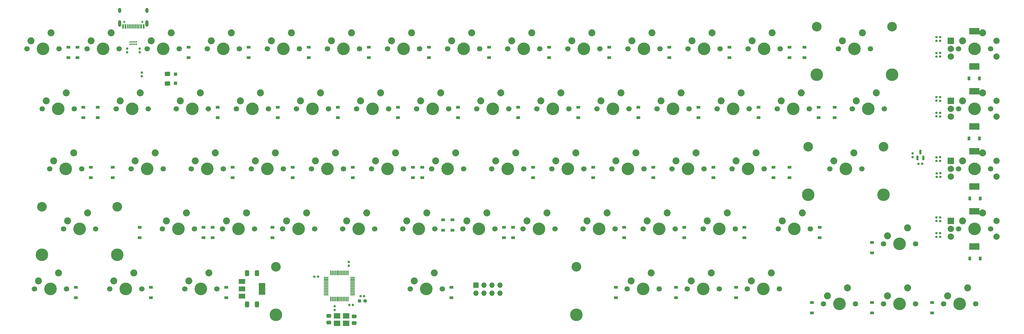
<source format=gbr>
%TF.GenerationSoftware,KiCad,Pcbnew,(6.0.6-0)*%
%TF.CreationDate,2022-07-20T23:02:44+08:00*%
%TF.ProjectId,SCO68R,53434f36-3852-42e6-9b69-6361645f7063,rev?*%
%TF.SameCoordinates,Original*%
%TF.FileFunction,Soldermask,Bot*%
%TF.FilePolarity,Negative*%
%FSLAX46Y46*%
G04 Gerber Fmt 4.6, Leading zero omitted, Abs format (unit mm)*
G04 Created by KiCad (PCBNEW (6.0.6-0)) date 2022-07-20 23:02:44*
%MOMM*%
%LPD*%
G01*
G04 APERTURE LIST*
G04 Aperture macros list*
%AMRoundRect*
0 Rectangle with rounded corners*
0 $1 Rounding radius*
0 $2 $3 $4 $5 $6 $7 $8 $9 X,Y pos of 4 corners*
0 Add a 4 corners polygon primitive as box body*
4,1,4,$2,$3,$4,$5,$6,$7,$8,$9,$2,$3,0*
0 Add four circle primitives for the rounded corners*
1,1,$1+$1,$2,$3*
1,1,$1+$1,$4,$5*
1,1,$1+$1,$6,$7*
1,1,$1+$1,$8,$9*
0 Add four rect primitives between the rounded corners*
20,1,$1+$1,$2,$3,$4,$5,0*
20,1,$1+$1,$4,$5,$6,$7,0*
20,1,$1+$1,$6,$7,$8,$9,0*
20,1,$1+$1,$8,$9,$2,$3,0*%
G04 Aperture macros list end*
%ADD10C,3.987800*%
%ADD11C,3.048000*%
%ADD12C,1.700000*%
%ADD13C,4.000000*%
%ADD14C,2.224000*%
%ADD15R,2.000000X2.000000*%
%ADD16C,2.000000*%
%ADD17R,3.200000X2.000000*%
%ADD18R,0.900000X1.200000*%
%ADD19R,1.200000X0.900000*%
%ADD20RoundRect,0.250000X0.412500X0.650000X-0.412500X0.650000X-0.412500X-0.650000X0.412500X-0.650000X0*%
%ADD21RoundRect,0.155000X0.212500X0.155000X-0.212500X0.155000X-0.212500X-0.155000X0.212500X-0.155000X0*%
%ADD22RoundRect,0.160000X0.160000X-0.197500X0.160000X0.197500X-0.160000X0.197500X-0.160000X-0.197500X0*%
%ADD23RoundRect,0.155000X0.155000X-0.212500X0.155000X0.212500X-0.155000X0.212500X-0.155000X-0.212500X0*%
%ADD24RoundRect,0.160000X-0.160000X0.197500X-0.160000X-0.197500X0.160000X-0.197500X0.160000X0.197500X0*%
%ADD25RoundRect,0.250000X-0.475000X0.337500X-0.475000X-0.337500X0.475000X-0.337500X0.475000X0.337500X0*%
%ADD26R,2.000000X1.500000*%
%ADD27R,2.000000X3.800000*%
%ADD28RoundRect,0.160000X0.197500X0.160000X-0.197500X0.160000X-0.197500X-0.160000X0.197500X-0.160000X0*%
%ADD29R,0.300000X0.550000*%
%ADD30R,0.400000X0.550000*%
%ADD31R,2.100000X1.800000*%
%ADD32R,1.700000X1.700000*%
%ADD33O,1.700000X1.700000*%
%ADD34RoundRect,0.075000X0.075000X-0.662500X0.075000X0.662500X-0.075000X0.662500X-0.075000X-0.662500X0*%
%ADD35RoundRect,0.075000X0.662500X-0.075000X0.662500X0.075000X-0.662500X0.075000X-0.662500X-0.075000X0*%
%ADD36C,0.650000*%
%ADD37R,0.600000X1.450000*%
%ADD38R,0.300000X1.450000*%
%ADD39O,1.000000X2.100000*%
%ADD40O,1.000000X1.600000*%
%ADD41RoundRect,0.250000X0.475000X-0.337500X0.475000X0.337500X-0.475000X0.337500X-0.475000X-0.337500X0*%
%ADD42RoundRect,0.155000X-0.212500X-0.155000X0.212500X-0.155000X0.212500X0.155000X-0.212500X0.155000X0*%
%ADD43R,1.100000X1.100000*%
%ADD44RoundRect,0.250000X-0.412500X-0.650000X0.412500X-0.650000X0.412500X0.650000X-0.412500X0.650000X0*%
%ADD45RoundRect,0.250001X-0.624999X0.462499X-0.624999X-0.462499X0.624999X-0.462499X0.624999X0.462499X0*%
%ADD46RoundRect,0.237500X-0.300000X-0.237500X0.300000X-0.237500X0.300000X0.237500X-0.300000X0.237500X0*%
%ADD47RoundRect,0.150000X0.150000X-0.587500X0.150000X0.587500X-0.150000X0.587500X-0.150000X-0.587500X0*%
%ADD48RoundRect,0.155000X-0.155000X0.212500X-0.155000X-0.212500X0.155000X-0.212500X0.155000X0.212500X0*%
G04 APERTURE END LIST*
D10*
%TO.C,REF\u002A\u002A*%
X37218750Y29875000D03*
D11*
X37218750Y45085000D03*
D10*
X132468750Y29875000D03*
D11*
X132468750Y45085000D03*
%TD*%
D12*
%TO.C,KSW4*%
X25630000Y114300000D03*
X15470000Y114300000D03*
D13*
X20550000Y114300000D03*
D14*
X23090000Y119380000D03*
X16740000Y116840000D03*
%TD*%
D12*
%TO.C,KSW14*%
X215495000Y114300000D03*
D13*
X220575000Y114300000D03*
D12*
X225655000Y114300000D03*
D14*
X223115000Y119380000D03*
X216765000Y116840000D03*
%TD*%
D13*
%TO.C,KSW40*%
X148828125Y76200000D03*
D12*
X153908125Y76200000D03*
X143748125Y76200000D03*
D14*
X151368125Y81280000D03*
X145018125Y78740000D03*
%TD*%
D12*
%TO.C,KSW57*%
X229782500Y52387500D03*
X239942500Y52387500D03*
D13*
X234862500Y52387500D03*
D14*
X237402500Y57467500D03*
X231052500Y54927500D03*
%TD*%
D12*
%TO.C,KSW39*%
X134858125Y76200000D03*
X124698125Y76200000D03*
D13*
X129778125Y76200000D03*
D14*
X132318125Y81280000D03*
X125968125Y78740000D03*
%TD*%
D13*
%TO.C,KSW61*%
X13406250Y38100000D03*
D12*
X8326250Y38100000D03*
X18486250Y38100000D03*
D14*
X15946250Y43180000D03*
X9596250Y40640000D03*
%TD*%
D13*
%TO.C,KSW43*%
X217884375Y76200000D03*
D12*
X222964375Y76200000D03*
X212804375Y76200000D03*
D14*
X220424375Y81280000D03*
X214074375Y78740000D03*
%TD*%
D12*
%TO.C,KSW16*%
X-36917500Y95250000D03*
X-26757500Y95250000D03*
D13*
X-31837500Y95250000D03*
D14*
X-29297500Y100330000D03*
X-35647500Y97790000D03*
%TD*%
D12*
%TO.C,KSW41*%
X172958125Y76200000D03*
X162798125Y76200000D03*
D13*
X167878125Y76200000D03*
D14*
X170418125Y81280000D03*
X164068125Y78740000D03*
%TD*%
D12*
%TO.C,KSW5*%
X34520000Y114300000D03*
D13*
X39600000Y114300000D03*
D12*
X44680000Y114300000D03*
D14*
X42140000Y119380000D03*
X35790000Y116840000D03*
%TD*%
D13*
%TO.C,KSW22*%
X86915625Y95250000D03*
D12*
X91995625Y95250000D03*
X81835625Y95250000D03*
D14*
X89455625Y100330000D03*
X83105625Y97790000D03*
%TD*%
D13*
%TO.C,KSW27*%
X182165625Y95250000D03*
D12*
X187245625Y95250000D03*
X177085625Y95250000D03*
D14*
X184705625Y100330000D03*
X178355625Y97790000D03*
%TD*%
D13*
%TO.C,KSW1*%
X-36600000Y114300000D03*
D12*
X-41680000Y114300000D03*
X-31520000Y114300000D03*
D14*
X-34060000Y119380000D03*
X-40410000Y116840000D03*
%TD*%
D12*
%TO.C,KSW37*%
X86598125Y76200000D03*
D13*
X91678125Y76200000D03*
D12*
X96758125Y76200000D03*
D14*
X94218125Y81280000D03*
X87868125Y78740000D03*
%TD*%
D12*
%TO.C,KSW34*%
X29448125Y76200000D03*
X39608125Y76200000D03*
D13*
X34528125Y76200000D03*
D14*
X37068125Y81280000D03*
X30718125Y78740000D03*
%TD*%
D13*
%TO.C,KSW58*%
X258675000Y57150000D03*
D12*
X263755000Y57150000D03*
X253595000Y57150000D03*
D14*
X261215000Y62230000D03*
X254865000Y59690000D03*
%TD*%
D12*
%TO.C,KSW59*%
X-39298750Y38100000D03*
D13*
X-34218750Y38100000D03*
D12*
X-29138750Y38100000D03*
D14*
X-31678750Y43180000D03*
X-38028750Y40640000D03*
%TD*%
D11*
%TO.C,REF\u002A\u002A*%
X229822375Y83185000D03*
D10*
X229822375Y67975000D03*
X205946375Y67975000D03*
D11*
X205946375Y83185000D03*
%TD*%
D13*
%TO.C,KSW21*%
X67865625Y95250000D03*
D12*
X72945625Y95250000D03*
X62785625Y95250000D03*
D14*
X70405625Y100330000D03*
X64055625Y97790000D03*
%TD*%
D12*
%TO.C,KSW52*%
X115482500Y57150000D03*
D13*
X120562500Y57150000D03*
D12*
X125642500Y57150000D03*
D14*
X123102500Y62230000D03*
X116752500Y59690000D03*
%TD*%
D12*
%TO.C,KSW56*%
X196445000Y57150000D03*
X206605000Y57150000D03*
D13*
X201525000Y57150000D03*
D14*
X204065000Y62230000D03*
X197715000Y59690000D03*
%TD*%
D12*
%TO.C,KSW17*%
X-13414375Y95250000D03*
D13*
X-8334375Y95250000D03*
D12*
X-3254375Y95250000D03*
D14*
X-5794375Y100330000D03*
X-12144375Y97790000D03*
%TD*%
D12*
%TO.C,KSW44*%
X253595000Y76200000D03*
D13*
X258675000Y76200000D03*
D12*
X263755000Y76200000D03*
D14*
X261215000Y81280000D03*
X254865000Y78740000D03*
%TD*%
D12*
%TO.C,KSW6*%
X63730000Y114300000D03*
D13*
X58650000Y114300000D03*
D12*
X53570000Y114300000D03*
D14*
X61190000Y119380000D03*
X54840000Y116840000D03*
%TD*%
D12*
%TO.C,KSW20*%
X53895625Y95250000D03*
X43735625Y95250000D03*
D13*
X48815625Y95250000D03*
D14*
X51355625Y100330000D03*
X45005625Y97790000D03*
%TD*%
D13*
%TO.C,KSW15*%
X258675000Y114300000D03*
D12*
X263755000Y114300000D03*
X253595000Y114300000D03*
D14*
X261215000Y119380000D03*
X254865000Y116840000D03*
%TD*%
D13*
%TO.C,KSW68*%
X253912500Y33337500D03*
D12*
X248832500Y33337500D03*
X258992500Y33337500D03*
D14*
X256452500Y38417500D03*
X250102500Y35877500D03*
%TD*%
D13*
%TO.C,KSW62*%
X84843750Y38100000D03*
D12*
X79763750Y38100000D03*
X89923750Y38100000D03*
D14*
X87383750Y43180000D03*
X81033750Y40640000D03*
%TD*%
D13*
%TO.C,KSW9*%
X115800000Y114300000D03*
D12*
X110720000Y114300000D03*
X120880000Y114300000D03*
D14*
X118340000Y119380000D03*
X111990000Y116840000D03*
%TD*%
D12*
%TO.C,KSW36*%
X77708125Y76200000D03*
X67548125Y76200000D03*
D13*
X72628125Y76200000D03*
D14*
X75168125Y81280000D03*
X68818125Y78740000D03*
%TD*%
D12*
%TO.C,KSW64*%
X177720625Y38100000D03*
D13*
X172640625Y38100000D03*
D12*
X167560625Y38100000D03*
D14*
X175180625Y43180000D03*
X168830625Y40640000D03*
%TD*%
D13*
%TO.C,KSW51*%
X101512500Y57150000D03*
D12*
X106592500Y57150000D03*
X96432500Y57150000D03*
D14*
X104052500Y62230000D03*
X97702500Y59690000D03*
%TD*%
D12*
%TO.C,KSW49*%
X68492500Y57150000D03*
X58332500Y57150000D03*
D13*
X63412500Y57150000D03*
D14*
X65952500Y62230000D03*
X59602500Y59690000D03*
%TD*%
D12*
%TO.C,KSW33*%
X20558125Y76200000D03*
X10398125Y76200000D03*
D13*
X15478125Y76200000D03*
D14*
X18018125Y81280000D03*
X11668125Y78740000D03*
%TD*%
D12*
%TO.C,KSW3*%
X-3580000Y114300000D03*
X6580000Y114300000D03*
D13*
X1500000Y114300000D03*
D14*
X4040000Y119380000D03*
X-2310000Y116840000D03*
%TD*%
D12*
%TO.C,KSW65*%
X196770625Y38100000D03*
D13*
X191690625Y38100000D03*
D12*
X186610625Y38100000D03*
D14*
X194230625Y43180000D03*
X187880625Y40640000D03*
%TD*%
D12*
%TO.C,KSW60*%
X-15486250Y38100000D03*
D13*
X-10406250Y38100000D03*
D12*
X-5326250Y38100000D03*
D14*
X-7866250Y43180000D03*
X-14216250Y40640000D03*
%TD*%
D12*
%TO.C,KSW23*%
X100885625Y95250000D03*
D13*
X105965625Y95250000D03*
D12*
X111045625Y95250000D03*
D14*
X108505625Y100330000D03*
X102155625Y97790000D03*
%TD*%
D13*
%TO.C,KSW13*%
X192000000Y114300000D03*
D12*
X186920000Y114300000D03*
X197080000Y114300000D03*
D14*
X194540000Y119380000D03*
X188190000Y116840000D03*
%TD*%
D13*
%TO.C,KSW46*%
X6262500Y57150000D03*
D12*
X11342500Y57150000D03*
X1182500Y57150000D03*
D14*
X8802500Y62230000D03*
X2452500Y59690000D03*
%TD*%
D12*
%TO.C,KSW28*%
X196135625Y95250000D03*
X206295625Y95250000D03*
D13*
X201215625Y95250000D03*
D14*
X203755625Y100330000D03*
X197405625Y97790000D03*
%TD*%
D12*
%TO.C,KSW67*%
X239942500Y33337500D03*
D13*
X234862500Y33337500D03*
D12*
X229782500Y33337500D03*
D14*
X237402500Y38417500D03*
X231052500Y35877500D03*
%TD*%
D15*
%TO.C,KSWR1*%
X251115625Y116800000D03*
D16*
X251115625Y111800000D03*
X251115625Y114300000D03*
D17*
X258615625Y108700000D03*
X258615625Y119900000D03*
D16*
X265615625Y111800000D03*
X265615625Y116800000D03*
%TD*%
D12*
%TO.C,KSW45*%
X-30083125Y57150000D03*
D13*
X-25003125Y57150000D03*
D12*
X-19923125Y57150000D03*
D14*
X-22463125Y62230000D03*
X-28813125Y59690000D03*
%TD*%
D12*
%TO.C,KSW32*%
X1508125Y76200000D03*
X-8651875Y76200000D03*
D13*
X-3571875Y76200000D03*
D14*
X-1031875Y81280000D03*
X-7381875Y78740000D03*
%TD*%
D12*
%TO.C,KSW24*%
X130095625Y95250000D03*
D13*
X125015625Y95250000D03*
D12*
X119935625Y95250000D03*
D14*
X127555625Y100330000D03*
X121205625Y97790000D03*
%TD*%
D12*
%TO.C,KSW26*%
X168195625Y95250000D03*
X158035625Y95250000D03*
D13*
X163115625Y95250000D03*
D14*
X165655625Y100330000D03*
X159305625Y97790000D03*
%TD*%
D12*
%TO.C,KSW63*%
X158670625Y38100000D03*
D13*
X153590625Y38100000D03*
D12*
X148510625Y38100000D03*
D14*
X156130625Y43180000D03*
X149780625Y40640000D03*
%TD*%
D12*
%TO.C,KSW55*%
X182792500Y57150000D03*
X172632500Y57150000D03*
D13*
X177712500Y57150000D03*
D14*
X180252500Y62230000D03*
X173902500Y59690000D03*
%TD*%
D12*
%TO.C,KSW31*%
X-34536250Y76200000D03*
D13*
X-29456250Y76200000D03*
D12*
X-24376250Y76200000D03*
D14*
X-26916250Y81280000D03*
X-33266250Y78740000D03*
%TD*%
D12*
%TO.C,KSW30*%
X263755000Y95250000D03*
D13*
X258675000Y95250000D03*
D12*
X253595000Y95250000D03*
D14*
X261215000Y100330000D03*
X254865000Y97790000D03*
%TD*%
D12*
%TO.C,KSW25*%
X138985625Y95250000D03*
X149145625Y95250000D03*
D13*
X144065625Y95250000D03*
D14*
X146605625Y100330000D03*
X140255625Y97790000D03*
%TD*%
D12*
%TO.C,KSW10*%
X129770000Y114300000D03*
D13*
X134850000Y114300000D03*
D12*
X139930000Y114300000D03*
D14*
X137390000Y119380000D03*
X131040000Y116840000D03*
%TD*%
D12*
%TO.C,KSW2*%
X-12470000Y114300000D03*
D13*
X-17550000Y114300000D03*
D12*
X-22630000Y114300000D03*
D14*
X-15010000Y119380000D03*
X-21360000Y116840000D03*
%TD*%
D10*
%TO.C,REF\u002A\u002A*%
X-36941125Y48925000D03*
D11*
X-13065125Y64135000D03*
D10*
X-13065125Y48925000D03*
D11*
X-36941125Y64135000D03*
%TD*%
D12*
%TO.C,KSW11*%
X148820000Y114300000D03*
D13*
X153900000Y114300000D03*
D12*
X158980000Y114300000D03*
D14*
X156440000Y119380000D03*
X150090000Y116840000D03*
%TD*%
D12*
%TO.C,KSW42*%
X181848125Y76200000D03*
D13*
X186928125Y76200000D03*
D12*
X192008125Y76200000D03*
D14*
X189468125Y81280000D03*
X183118125Y78740000D03*
%TD*%
D11*
%TO.C,REF\u002A\u002A*%
X232513000Y121285000D03*
D10*
X208637000Y106075000D03*
D11*
X208637000Y121285000D03*
D10*
X232513000Y106075000D03*
%TD*%
D13*
%TO.C,KSW53*%
X139612500Y57150000D03*
D12*
X144692500Y57150000D03*
X134532500Y57150000D03*
D14*
X142152500Y62230000D03*
X135802500Y59690000D03*
%TD*%
D13*
%TO.C,KSW47*%
X25312500Y57150000D03*
D12*
X20232500Y57150000D03*
X30392500Y57150000D03*
D14*
X27852500Y62230000D03*
X21502500Y59690000D03*
%TD*%
D13*
%TO.C,KSW19*%
X29765625Y95250000D03*
D12*
X34845625Y95250000D03*
X24685625Y95250000D03*
D14*
X32305625Y100330000D03*
X25955625Y97790000D03*
%TD*%
D12*
%TO.C,KSW18*%
X15795625Y95250000D03*
X5635625Y95250000D03*
D13*
X10715625Y95250000D03*
D14*
X13255625Y100330000D03*
X6905625Y97790000D03*
%TD*%
D12*
%TO.C,KSW35*%
X48498125Y76200000D03*
X58658125Y76200000D03*
D13*
X53578125Y76200000D03*
D14*
X56118125Y81280000D03*
X49768125Y78740000D03*
%TD*%
D15*
%TO.C,KSWR2*%
X251115625Y97750000D03*
D16*
X251115625Y92750000D03*
X251115625Y95250000D03*
D17*
X258615625Y100850000D03*
X258615625Y89650000D03*
D16*
X265615625Y92750000D03*
X265615625Y97750000D03*
%TD*%
D12*
%TO.C,KSW8*%
X101830000Y114300000D03*
X91670000Y114300000D03*
D13*
X96750000Y114300000D03*
D14*
X99290000Y119380000D03*
X92940000Y116840000D03*
%TD*%
D12*
%TO.C,KSW66*%
X210732500Y33337500D03*
D13*
X215812500Y33337500D03*
D12*
X220892500Y33337500D03*
D14*
X218352500Y38417500D03*
X212002500Y35877500D03*
%TD*%
D13*
%TO.C,KSW50*%
X82462500Y57150000D03*
D12*
X87542500Y57150000D03*
X77382500Y57150000D03*
D14*
X85002500Y62230000D03*
X78652500Y59690000D03*
%TD*%
D12*
%TO.C,KSW54*%
X163742500Y57150000D03*
X153582500Y57150000D03*
D13*
X158662500Y57150000D03*
D14*
X161202500Y62230000D03*
X154852500Y59690000D03*
%TD*%
D15*
%TO.C,KSWR4*%
X251115625Y59650000D03*
D16*
X251115625Y54650000D03*
X251115625Y57150000D03*
D17*
X258615625Y62750000D03*
X258615625Y51550000D03*
D16*
X265615625Y54650000D03*
X265615625Y59650000D03*
%TD*%
D12*
%TO.C,KSW12*%
X178030000Y114300000D03*
D13*
X172950000Y114300000D03*
D12*
X167870000Y114300000D03*
D14*
X175490000Y119380000D03*
X169140000Y116840000D03*
%TD*%
D12*
%TO.C,KSW7*%
X72620000Y114300000D03*
X82780000Y114300000D03*
D13*
X77700000Y114300000D03*
D14*
X80240000Y119380000D03*
X73890000Y116840000D03*
%TD*%
D12*
%TO.C,KSW29*%
X219948125Y95250000D03*
X230108125Y95250000D03*
D13*
X225028125Y95250000D03*
D14*
X227568125Y100330000D03*
X221218125Y97790000D03*
%TD*%
D13*
%TO.C,KSW38*%
X110728125Y76200000D03*
D12*
X105648125Y76200000D03*
X115808125Y76200000D03*
D14*
X113268125Y81280000D03*
X106918125Y78740000D03*
%TD*%
D12*
%TO.C,KSW48*%
X49442500Y57150000D03*
D13*
X44362500Y57150000D03*
D12*
X39282500Y57150000D03*
D14*
X46902500Y62230000D03*
X40552500Y59690000D03*
%TD*%
D10*
%TO.C,REF\u002A\u002A*%
X37218750Y29875000D03*
D11*
X37218750Y45085000D03*
D10*
X132468750Y29875000D03*
D11*
X132468750Y45085000D03*
%TD*%
D15*
%TO.C,KSWR3*%
X251115625Y78700000D03*
D16*
X251115625Y73700000D03*
X251115625Y76200000D03*
D17*
X258615625Y70600000D03*
X258615625Y81800000D03*
D16*
X265615625Y73700000D03*
X265615625Y78700000D03*
%TD*%
D18*
%TO.C,D30*%
X256950000Y85800000D03*
X260250000Y85800000D03*
%TD*%
D19*
%TO.C,D67*%
X226218750Y30496875D03*
X226218750Y33796875D03*
%TD*%
D20*
%TO.C,C2*%
X31174633Y33163857D03*
X28049633Y33163857D03*
%TD*%
D19*
%TO.C,D55*%
X185737500Y54309375D03*
X185737500Y57609375D03*
%TD*%
%TO.C,D29*%
X214360000Y92430000D03*
X214360000Y95730000D03*
%TD*%
%TO.C,D64*%
X163996875Y35259375D03*
X163996875Y38559375D03*
%TD*%
%TO.C,D16*%
X-23812500Y92409375D03*
X-23812500Y95709375D03*
%TD*%
D21*
%TO.C,C7*%
X50567502Y41950000D03*
X49432502Y41950000D03*
%TD*%
D19*
%TO.C,D27*%
X190190625Y92409375D03*
X190190625Y95709375D03*
%TD*%
%TO.C,D53*%
X147637500Y54309375D03*
X147637500Y57609375D03*
%TD*%
D18*
%TO.C,D44*%
X257150000Y66800000D03*
X260450000Y66800000D03*
%TD*%
D19*
%TO.C,D60*%
X-2381250Y35259375D03*
X-2381250Y38559375D03*
%TD*%
%TO.C,D31*%
X-21431250Y73359375D03*
X-21431250Y76659375D03*
%TD*%
%TO.C,D4*%
X28575000Y111459375D03*
X28575000Y114759375D03*
%TD*%
%TO.C,D41*%
X175903125Y73359375D03*
X175903125Y76659375D03*
%TD*%
%TO.C,D24*%
X133040625Y92409375D03*
X133040625Y95709375D03*
%TD*%
D22*
%TO.C,R14*%
X247800000Y54602500D03*
X247800000Y55797500D03*
%TD*%
D19*
%TO.C,D23*%
X113990625Y92409375D03*
X113990625Y95709375D03*
%TD*%
%TO.C,D38*%
X118753125Y73359375D03*
X118753125Y76659375D03*
%TD*%
%TO.C,D19*%
X37790625Y92409375D03*
X37790625Y95709375D03*
%TD*%
D23*
%TO.C,C8*%
X60300001Y45482499D03*
X60300001Y46617499D03*
%TD*%
%TO.C,C17*%
X246600000Y97832500D03*
X246600000Y98967500D03*
%TD*%
D19*
%TO.C,D26*%
X171140625Y92409375D03*
X171140625Y95709375D03*
%TD*%
%TO.C,D48*%
X36100000Y54309375D03*
X36100000Y57609375D03*
%TD*%
%TO.C,D21*%
X75890625Y92409375D03*
X75890625Y95709375D03*
%TD*%
%TO.C,D33*%
X23503125Y73359375D03*
X23503125Y76659375D03*
%TD*%
D24*
%TO.C,R2*%
X-10000000Y114397501D03*
X-10000000Y113202501D03*
%TD*%
D18*
%TO.C,D58*%
X257150000Y47750000D03*
X260450000Y47750000D03*
%TD*%
D25*
%TO.C,C4*%
X53976566Y29507082D03*
X53976566Y27432082D03*
%TD*%
D19*
%TO.C,D49*%
X90170000Y56690625D03*
X90170000Y59990625D03*
%TD*%
D24*
%TO.C,R3*%
X-6000000Y114397501D03*
X-6000000Y113202501D03*
%TD*%
D19*
%TO.C,D14*%
X204787500Y111459375D03*
X204787500Y114759375D03*
%TD*%
%TO.C,D50*%
X93132500Y56690625D03*
X93132500Y59990625D03*
%TD*%
D26*
%TO.C,U1*%
X26462133Y35813603D03*
X26462133Y38113603D03*
D27*
X32762133Y38113603D03*
D26*
X26462133Y40413603D03*
%TD*%
D28*
%TO.C,R5*%
X242117500Y77800000D03*
X240922500Y77800000D03*
%TD*%
D19*
%TO.C,D12*%
X180975000Y111459375D03*
X180975000Y114759375D03*
%TD*%
%TO.C,D47*%
X17100000Y54309375D03*
X17100000Y57609375D03*
%TD*%
%TO.C,D66*%
X207168750Y30496875D03*
X207168750Y33796875D03*
%TD*%
D29*
%TO.C,U2*%
X-6999999Y115681876D03*
X-7499999Y115681876D03*
D30*
X-7999999Y115681876D03*
D29*
X-8499999Y115681876D03*
X-8999999Y115681876D03*
X-8999999Y116451876D03*
X-8499999Y116451876D03*
D30*
X-7999999Y116451876D03*
D29*
X-7499999Y116451876D03*
X-6999999Y116451876D03*
%TD*%
D19*
%TO.C,D17*%
X-19300000Y92409375D03*
X-19300000Y95709375D03*
%TD*%
D31*
%TO.C,Y1*%
X59450002Y27200000D03*
X56550002Y27200000D03*
X56550002Y29500000D03*
X59450002Y29500000D03*
%TD*%
D19*
%TO.C,D7*%
X85725000Y111459375D03*
X85725000Y114759375D03*
%TD*%
D22*
%TO.C,R6*%
X239020000Y79902502D03*
X239020000Y81097502D03*
%TD*%
%TO.C,R13*%
X247800000Y59602500D03*
X247800000Y60797500D03*
%TD*%
D19*
%TO.C,D3*%
X9525000Y111459375D03*
X9525000Y114759375D03*
%TD*%
%TO.C,D62*%
X92868750Y35259375D03*
X92868750Y38559375D03*
%TD*%
%TO.C,D68*%
X245268750Y30496875D03*
X245268750Y33796875D03*
%TD*%
D23*
%TO.C,C20*%
X246650000Y73632500D03*
X246650000Y74767500D03*
%TD*%
D19*
%TO.C,D42*%
X194953125Y73359375D03*
X194953125Y76659375D03*
%TD*%
%TO.C,D54*%
X166687500Y54309375D03*
X166687500Y57609375D03*
%TD*%
%TO.C,D61*%
X21431250Y35259375D03*
X21431250Y38559375D03*
%TD*%
D23*
%TO.C,C22*%
X246600000Y54632500D03*
X246600000Y55767500D03*
%TD*%
D19*
%TO.C,D28*%
X209240625Y92409375D03*
X209240625Y95709375D03*
%TD*%
%TO.C,D5*%
X47625000Y111459375D03*
X47625000Y114759375D03*
%TD*%
%TO.C,D22*%
X94940625Y92409375D03*
X94940625Y95709375D03*
%TD*%
%TO.C,D2*%
X-25700000Y111459375D03*
X-25700000Y114759375D03*
%TD*%
D23*
%TO.C,C21*%
X246600000Y59632500D03*
X246600000Y60767500D03*
%TD*%
D19*
%TO.C,D6*%
X66675000Y111459375D03*
X66675000Y114759375D03*
%TD*%
D32*
%TO.C,J2*%
X100600000Y39285000D03*
D33*
X100600000Y36745000D03*
X103140000Y39285000D03*
X103140000Y36745000D03*
X105680000Y39285000D03*
X105680000Y36745000D03*
X108220000Y39285000D03*
X108220000Y36745000D03*
%TD*%
D19*
%TO.C,D63*%
X144946875Y35259375D03*
X144946875Y38559375D03*
%TD*%
D22*
%TO.C,R8*%
X247800001Y111802500D03*
X247800001Y112997500D03*
%TD*%
D34*
%TO.C,U3*%
X60050000Y34837500D03*
X59550000Y34837500D03*
X59050000Y34837500D03*
X58550000Y34837500D03*
X58050000Y34837500D03*
X57550000Y34837500D03*
X57050000Y34837500D03*
X56550000Y34837500D03*
X56050000Y34837500D03*
X55550000Y34837500D03*
X55050000Y34837500D03*
X54550000Y34837500D03*
D35*
X53137500Y36250000D03*
X53137500Y36750000D03*
X53137500Y37250000D03*
X53137500Y37750000D03*
X53137500Y38250000D03*
X53137500Y38750000D03*
X53137500Y39250000D03*
X53137500Y39750000D03*
X53137500Y40250000D03*
X53137500Y40750000D03*
X53137500Y41250000D03*
X53137500Y41750000D03*
D34*
X54550000Y43162500D03*
X55050000Y43162500D03*
X55550000Y43162500D03*
X56050000Y43162500D03*
X56550000Y43162500D03*
X57050000Y43162500D03*
X57550000Y43162500D03*
X58050000Y43162500D03*
X58550000Y43162500D03*
X59050000Y43162500D03*
X59550000Y43162500D03*
X60050000Y43162500D03*
D35*
X61462500Y41750000D03*
X61462500Y41250000D03*
X61462500Y40750000D03*
X61462500Y40250000D03*
X61462500Y39750000D03*
X61462500Y39250000D03*
X61462500Y38750000D03*
X61462500Y38250000D03*
X61462500Y37750000D03*
X61462500Y37250000D03*
X61462500Y36750000D03*
X61462500Y36250000D03*
%TD*%
D19*
%TO.C,D39*%
X137803125Y73359375D03*
X137803125Y76659375D03*
%TD*%
%TO.C,D34*%
X42553125Y73359375D03*
X42553125Y76659375D03*
%TD*%
%TO.C,D40*%
X156853125Y73359375D03*
X156853125Y76659375D03*
%TD*%
%TO.C,D46*%
X14287500Y54309375D03*
X14287500Y57609375D03*
%TD*%
D22*
%TO.C,R11*%
X247800000Y78682500D03*
X247800000Y79877500D03*
%TD*%
D19*
%TO.C,D37*%
X83575000Y73350000D03*
X83575000Y76650000D03*
%TD*%
%TO.C,D10*%
X142875000Y111459375D03*
X142875000Y114759375D03*
%TD*%
D36*
%TO.C,J1*%
X-5110000Y122860000D03*
X-10890000Y122860000D03*
D37*
X-11250000Y121415000D03*
X-10450000Y121415000D03*
D38*
X-9250000Y121415000D03*
X-8250000Y121415000D03*
X-7750000Y121415000D03*
X-6750000Y121415000D03*
D37*
X-5550000Y121415000D03*
X-4750000Y121415000D03*
X-4750000Y121415000D03*
X-5550000Y121415000D03*
D38*
X-6250000Y121415000D03*
X-7250000Y121415000D03*
X-8750000Y121415000D03*
X-9750000Y121415000D03*
D37*
X-10450000Y121415000D03*
X-11250000Y121415000D03*
D39*
X-12320000Y122330000D03*
D40*
X-12320000Y126510000D03*
X-3680000Y126510000D03*
D39*
X-3680000Y122330000D03*
%TD*%
D19*
%TO.C,D52*%
X112400000Y54309375D03*
X112400000Y57609375D03*
%TD*%
D41*
%TO.C,C3*%
X62023440Y27276516D03*
X62023440Y29351516D03*
%TD*%
D23*
%TO.C,C18*%
X246599999Y92832500D03*
X246599999Y93967500D03*
%TD*%
D42*
%TO.C,C9*%
X60482502Y33000001D03*
X61617502Y33000001D03*
%TD*%
D19*
%TO.C,D20*%
X56840625Y92409375D03*
X56840625Y95709375D03*
%TD*%
%TO.C,D51*%
X109537500Y54309375D03*
X109537500Y57609375D03*
%TD*%
D43*
%TO.C,D100*%
X5400000Y106200000D03*
X5400000Y103400000D03*
%TD*%
D19*
%TO.C,D18*%
X18740625Y92409375D03*
X18740625Y95709375D03*
%TD*%
%TO.C,D25*%
X152090625Y92409375D03*
X152090625Y95709375D03*
%TD*%
%TO.C,D1*%
X-28575000Y111459375D03*
X-28575000Y114759375D03*
%TD*%
%TO.C,D65*%
X183046875Y35259375D03*
X183046875Y38559375D03*
%TD*%
%TO.C,D32*%
X-14500000Y73350000D03*
X-14500000Y76650000D03*
%TD*%
D44*
%TO.C,C1*%
X28049633Y43063352D03*
X31174633Y43063352D03*
%TD*%
D22*
%TO.C,R4*%
X-5330000Y105592500D03*
X-5330000Y106787500D03*
%TD*%
%TO.C,R9*%
X247800000Y97802500D03*
X247800000Y98997500D03*
%TD*%
%TO.C,R12*%
X247850000Y73602500D03*
X247850000Y74797500D03*
%TD*%
D19*
%TO.C,D57*%
X226218750Y49546875D03*
X226218750Y52846875D03*
%TD*%
%TO.C,D11*%
X161925000Y111459375D03*
X161925000Y114759375D03*
%TD*%
%TO.C,D45*%
X-5953125Y54309375D03*
X-5953125Y57609375D03*
%TD*%
D18*
%TO.C,D15*%
X256950000Y104850000D03*
X260250000Y104850000D03*
%TD*%
D19*
%TO.C,D8*%
X104775000Y111459375D03*
X104775000Y114759375D03*
%TD*%
D45*
%TO.C,F1*%
X2800000Y106287500D03*
X2800000Y103312500D03*
%TD*%
D19*
%TO.C,D13*%
X200025000Y111459375D03*
X200025000Y114759375D03*
%TD*%
D22*
%TO.C,R7*%
X247800000Y116802500D03*
X247800000Y117997500D03*
%TD*%
D19*
%TO.C,D9*%
X123825000Y111459375D03*
X123825000Y114759375D03*
%TD*%
%TO.C,D43*%
X200025000Y73359375D03*
X200025000Y76659375D03*
%TD*%
D23*
%TO.C,C16*%
X246600000Y111832500D03*
X246600000Y112967500D03*
%TD*%
D22*
%TO.C,R10*%
X247800000Y92802500D03*
X247800000Y93997500D03*
%TD*%
D46*
%TO.C,C5*%
X63737502Y34300000D03*
X65462502Y34300000D03*
%TD*%
D23*
%TO.C,C19*%
X246600000Y78712500D03*
X246600000Y79847500D03*
%TD*%
%TO.C,C15*%
X246600000Y116832500D03*
X246600000Y117967500D03*
%TD*%
D19*
%TO.C,D56*%
X209550000Y54309375D03*
X209550000Y57609375D03*
%TD*%
%TO.C,D59*%
X-26193750Y35259375D03*
X-26193750Y38559375D03*
%TD*%
D42*
%TO.C,C6*%
X64018361Y35756641D03*
X65153361Y35756641D03*
%TD*%
D19*
%TO.C,D36*%
X80653125Y73359375D03*
X80653125Y76659375D03*
%TD*%
D47*
%TO.C,Q1*%
X242470000Y79662500D03*
X240570000Y79662500D03*
X241520000Y81537500D03*
%TD*%
D19*
%TO.C,D35*%
X61603125Y73359375D03*
X61603125Y76659375D03*
%TD*%
D48*
%TO.C,C10*%
X55840000Y32547500D03*
X55840000Y31412500D03*
%TD*%
M02*

</source>
